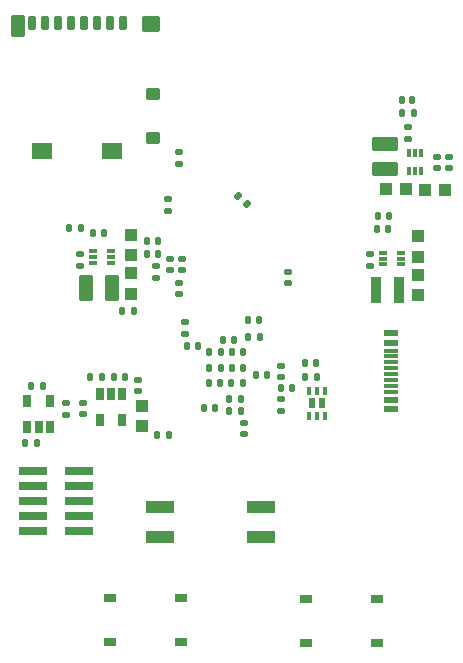
<source format=gbr>
G04 #@! TF.GenerationSoftware,KiCad,Pcbnew,9.0.1*
G04 #@! TF.CreationDate,2025-06-04T13:38:33-07:00*
G04 #@! TF.ProjectId,mp153-devboard,6d703135-332d-4646-9576-626f6172642e,rev?*
G04 #@! TF.SameCoordinates,PXb487a00PY650eff0*
G04 #@! TF.FileFunction,Paste,Bot*
G04 #@! TF.FilePolarity,Positive*
%FSLAX46Y46*%
G04 Gerber Fmt 4.6, Leading zero omitted, Abs format (unit mm)*
G04 Created by KiCad (PCBNEW 9.0.1) date 2025-06-04 13:38:33*
%MOMM*%
%LPD*%
G01*
G04 APERTURE LIST*
G04 Aperture macros list*
%AMRoundRect*
0 Rectangle with rounded corners*
0 $1 Rounding radius*
0 $2 $3 $4 $5 $6 $7 $8 $9 X,Y pos of 4 corners*
0 Add a 4 corners polygon primitive as box body*
4,1,4,$2,$3,$4,$5,$6,$7,$8,$9,$2,$3,0*
0 Add four circle primitives for the rounded corners*
1,1,$1+$1,$2,$3*
1,1,$1+$1,$4,$5*
1,1,$1+$1,$6,$7*
1,1,$1+$1,$8,$9*
0 Add four rect primitives between the rounded corners*
20,1,$1+$1,$2,$3,$4,$5,0*
20,1,$1+$1,$4,$5,$6,$7,0*
20,1,$1+$1,$6,$7,$8,$9,0*
20,1,$1+$1,$8,$9,$2,$3,0*%
G04 Aperture macros list end*
%ADD10R,1.000000X1.000000*%
%ADD11RoundRect,0.147500X-0.172500X0.147500X-0.172500X-0.147500X0.172500X-0.147500X0.172500X0.147500X0*%
%ADD12RoundRect,0.147500X-0.147500X-0.172500X0.147500X-0.172500X0.147500X0.172500X-0.147500X0.172500X0*%
%ADD13RoundRect,0.147500X0.147500X0.172500X-0.147500X0.172500X-0.147500X-0.172500X0.147500X-0.172500X0*%
%ADD14RoundRect,0.250000X-0.375000X-0.850000X0.375000X-0.850000X0.375000X0.850000X-0.375000X0.850000X0*%
%ADD15R,0.700000X0.340000*%
%ADD16R,2.440000X1.120000*%
%ADD17RoundRect,0.147500X0.172500X-0.147500X0.172500X0.147500X-0.172500X0.147500X-0.172500X-0.147500X0*%
%ADD18RoundRect,0.125000X0.125000X0.225000X-0.125000X0.225000X-0.125000X-0.225000X0.125000X-0.225000X0*%
%ADD19RoundRect,0.147500X0.226274X0.017678X0.017678X0.226274X-0.226274X-0.017678X-0.017678X-0.226274X0*%
%ADD20R,1.150000X0.590000*%
%ADD21R,1.150000X0.298000*%
%ADD22RoundRect,0.250000X-0.850000X0.375000X-0.850000X-0.375000X0.850000X-0.375000X0.850000X0.375000X0*%
%ADD23R,1.000000X0.700000*%
%ADD24R,0.630000X0.820000*%
%ADD25R,0.350000X0.650000*%
%ADD26R,0.340000X0.700000*%
%ADD27RoundRect,0.032500X-0.292500X0.517500X-0.292500X-0.517500X0.292500X-0.517500X0.292500X0.517500X0*%
%ADD28RoundRect,0.027500X-0.522500X0.847500X-0.522500X-0.847500X0.522500X-0.847500X0.522500X0.847500X0*%
%ADD29RoundRect,0.033750X0.841250X0.641250X-0.841250X0.641250X-0.841250X-0.641250X0.841250X-0.641250X0*%
%ADD30RoundRect,0.032500X0.717500X0.617500X-0.717500X0.617500X-0.717500X-0.617500X0.717500X-0.617500X0*%
%ADD31RoundRect,0.022500X0.527500X0.427500X-0.527500X0.427500X-0.527500X-0.427500X0.527500X-0.427500X0*%
%ADD32R,0.650000X1.060000*%
%ADD33R,2.400000X0.740000*%
%ADD34R,0.850000X2.300000*%
G04 APERTURE END LIST*
D10*
G04 #@! TO.C,C91*
X34029800Y39649600D03*
X32329800Y39649600D03*
G04 #@! TD*
D11*
G04 #@! TO.C,C69*
X34235800Y44867600D03*
X34235800Y43897600D03*
G04 #@! TD*
D12*
G04 #@! TO.C,C79*
X10009800Y29330600D03*
X10979800Y29330600D03*
G04 #@! TD*
D11*
G04 #@! TO.C,C46*
X6718800Y21527600D03*
X6718800Y20557600D03*
G04 #@! TD*
G04 #@! TO.C,R65*
X36630800Y42359600D03*
X36630800Y41389600D03*
G04 #@! TD*
D13*
G04 #@! TO.C,R62*
X8505800Y35937600D03*
X7535800Y35937600D03*
G04 #@! TD*
G04 #@! TO.C,C59*
X18332620Y23249661D03*
X17362620Y23249661D03*
G04 #@! TD*
D12*
G04 #@! TO.C,R60*
X7311800Y23689600D03*
X8281800Y23689600D03*
G04 #@! TD*
D13*
G04 #@! TO.C,R41*
X34705000Y46050000D03*
X33735000Y46050000D03*
G04 #@! TD*
D14*
G04 #@! TO.C,L1*
X6975800Y31247600D03*
X9125800Y31247600D03*
G04 #@! TD*
D13*
G04 #@! TO.C,C52*
X21661800Y27082821D03*
X20691800Y27082821D03*
G04 #@! TD*
D15*
G04 #@! TO.C,U15*
X9048800Y34355600D03*
X9048800Y33855600D03*
X9048800Y33355600D03*
X7548800Y33355600D03*
X7548800Y33855600D03*
X7548800Y34355600D03*
G04 #@! TD*
D13*
G04 #@! TO.C,R61*
X6515800Y36307600D03*
X5545800Y36307600D03*
G04 #@! TD*
D16*
G04 #@! TO.C,BOOT0_2*
X21785000Y12720000D03*
X21785000Y10180000D03*
X13175000Y10180000D03*
X13175000Y12720000D03*
G04 #@! TD*
D12*
G04 #@! TO.C,C56*
X9317800Y23717600D03*
X10287800Y23717600D03*
G04 #@! TD*
G04 #@! TO.C,R64*
X31636340Y37326600D03*
X32606340Y37326600D03*
G04 #@! TD*
D11*
G04 #@! TO.C,C61*
X14062880Y33757501D03*
X14062880Y32787501D03*
G04 #@! TD*
D13*
G04 #@! TO.C,C60*
X22281800Y23888821D03*
X21311800Y23888821D03*
G04 #@! TD*
D17*
G04 #@! TO.C,C32*
X23420800Y23715821D03*
X23420800Y24685821D03*
G04 #@! TD*
D10*
G04 #@! TO.C,C89*
X10757800Y32495600D03*
X10757800Y30795600D03*
G04 #@! TD*
D17*
G04 #@! TO.C,C67*
X6400800Y33132600D03*
X6400800Y34102600D03*
G04 #@! TD*
G04 #@! TO.C,C68*
X30952340Y33152600D03*
X30952340Y34122600D03*
G04 #@! TD*
D12*
G04 #@! TO.C,C72*
X1795800Y18137600D03*
X2765800Y18137600D03*
G04 #@! TD*
G04 #@! TO.C,C74*
X20645800Y28520821D03*
X21615800Y28520821D03*
G04 #@! TD*
G04 #@! TO.C,C63*
X16925800Y21120821D03*
X17895800Y21120821D03*
G04 #@! TD*
D15*
G04 #@! TO.C,U16*
X33620840Y34258600D03*
X33620840Y33758600D03*
X33620840Y33258600D03*
X32120840Y33258600D03*
X32120840Y33758600D03*
X32120840Y34258600D03*
G04 #@! TD*
D17*
G04 #@! TO.C,C95*
X24010800Y31665821D03*
X24010800Y32635821D03*
G04 #@! TD*
D10*
G04 #@! TO.C,C88*
X11650800Y21287600D03*
X11650800Y19587600D03*
G04 #@! TD*
D17*
G04 #@! TO.C,R66*
X37650800Y41397600D03*
X37650800Y42367600D03*
G04 #@! TD*
D10*
G04 #@! TO.C,C49*
X35665800Y39563600D03*
X37365800Y39563600D03*
G04 #@! TD*
D12*
G04 #@! TO.C,C80*
X18522800Y26825821D03*
X19492800Y26825821D03*
G04 #@! TD*
D13*
G04 #@! TO.C,C84*
X3295800Y22967600D03*
X2325800Y22967600D03*
G04 #@! TD*
D10*
G04 #@! TO.C,C48*
X35093340Y33925600D03*
X35093340Y35625600D03*
G04 #@! TD*
D13*
G04 #@! TO.C,C31*
X20039360Y21885681D03*
X19069360Y21885681D03*
G04 #@! TD*
G04 #@! TO.C,C54*
X24424800Y22770821D03*
X23454800Y22770821D03*
G04 #@! TD*
G04 #@! TO.C,C73*
X18365360Y24514581D03*
X17395360Y24514581D03*
G04 #@! TD*
D18*
G04 #@! TO.C,D11*
X34510000Y47180000D03*
X33710000Y47180000D03*
G04 #@! TD*
D13*
G04 #@! TO.C,C70*
X18365500Y25870941D03*
X17395500Y25870941D03*
G04 #@! TD*
D19*
G04 #@! TO.C,R68*
X20537340Y38408381D03*
X19851446Y39094275D03*
G04 #@! TD*
D20*
G04 #@! TO.C,J3*
X32765000Y27420000D03*
X32765000Y26620000D03*
D21*
X32765000Y25470000D03*
X32765000Y24470000D03*
X32765000Y23970000D03*
X32765000Y22970000D03*
D20*
X32765000Y21020000D03*
X32765000Y21820000D03*
D21*
X32765000Y22470000D03*
X32765000Y23470000D03*
X32765000Y24970000D03*
X32765000Y25970000D03*
G04 #@! TD*
D22*
G04 #@! TO.C,L3*
X32291800Y43491600D03*
X32291800Y41341600D03*
G04 #@! TD*
D23*
G04 #@! TO.C,S2*
X31560000Y4900000D03*
X25560000Y4900000D03*
X31560000Y1200000D03*
X25560000Y1200000D03*
G04 #@! TD*
D17*
G04 #@! TO.C,C33*
X20290800Y18882600D03*
X20290800Y19852600D03*
G04 #@! TD*
D13*
G04 #@! TO.C,R72*
X13935800Y18807600D03*
X12965800Y18807600D03*
G04 #@! TD*
D10*
G04 #@! TO.C,C90*
X35083340Y32367600D03*
X35083340Y30667600D03*
G04 #@! TD*
D13*
G04 #@! TO.C,C109*
X13059260Y34160741D03*
X12089260Y34160741D03*
G04 #@! TD*
D17*
G04 #@! TO.C,R69*
X14799480Y30717401D03*
X14799480Y31687401D03*
G04 #@! TD*
D24*
G04 #@! TO.C,U20*
X26094260Y21490741D03*
X26894260Y21490741D03*
D25*
X27144260Y20440741D03*
X26494260Y20440741D03*
X25844260Y20440741D03*
X25844260Y22540741D03*
X26494260Y22540741D03*
X27144260Y22540741D03*
G04 #@! TD*
D13*
G04 #@! TO.C,C29*
X26435000Y24930000D03*
X25465000Y24930000D03*
G04 #@! TD*
D23*
G04 #@! TO.C,S3*
X8960000Y1290000D03*
X14960000Y1290000D03*
X8960000Y4990000D03*
X14960000Y4990000D03*
G04 #@! TD*
D12*
G04 #@! TO.C,R71*
X12094260Y35200741D03*
X13064260Y35200741D03*
G04 #@! TD*
D17*
G04 #@! TO.C,C45*
X5270800Y20527600D03*
X5270800Y21497600D03*
G04 #@! TD*
D26*
G04 #@! TO.C,U17*
X35325800Y41195600D03*
X34825800Y41195600D03*
X34325800Y41195600D03*
X34325800Y42695600D03*
X34825800Y42695600D03*
X35325800Y42695600D03*
G04 #@! TD*
D10*
G04 #@! TO.C,C47*
X10782800Y34048600D03*
X10782800Y35748600D03*
G04 #@! TD*
D12*
G04 #@! TO.C,C30*
X19061740Y20869681D03*
X20031740Y20869681D03*
G04 #@! TD*
D27*
G04 #@! TO.C,CON1*
X10060001Y53740000D03*
X8960001Y53740000D03*
X7860001Y53740000D03*
X6760000Y53740000D03*
X5660003Y53740000D03*
X4560002Y53740000D03*
X3460002Y53740000D03*
X2360002Y53740000D03*
D28*
X1150001Y53412500D03*
D29*
X3227500Y42865000D03*
X9187501Y42865000D03*
D30*
X12470002Y53620000D03*
D31*
X12645003Y44002501D03*
X12645003Y47672501D03*
G04 #@! TD*
D13*
G04 #@! TO.C,C50*
X20222240Y23239501D03*
X19252240Y23239501D03*
G04 #@! TD*
D17*
G04 #@! TO.C,R52*
X15368440Y27390001D03*
X15368440Y28360001D03*
G04 #@! TD*
D32*
G04 #@! TO.C,U19*
X8099800Y22255600D03*
X9049800Y22255600D03*
X9999800Y22255600D03*
X9999800Y20055600D03*
X8099800Y20055600D03*
G04 #@! TD*
D11*
G04 #@! TO.C,C93*
X15038240Y33744801D03*
X15038240Y32774801D03*
G04 #@! TD*
D13*
G04 #@! TO.C,C62*
X20277980Y25835381D03*
X19307980Y25835381D03*
G04 #@! TD*
D33*
G04 #@! TO.C,J2*
X2470800Y10707600D03*
X6370800Y10707600D03*
X2470800Y11977600D03*
X6370800Y11977600D03*
X2470800Y13247600D03*
X6370800Y13247600D03*
X2470800Y14517600D03*
X6370800Y14517600D03*
X2470800Y15787600D03*
X6370800Y15787600D03*
G04 #@! TD*
D13*
G04 #@! TO.C,C76*
X26469260Y23710741D03*
X25499260Y23710741D03*
G04 #@! TD*
D17*
G04 #@! TO.C,C43*
X13870800Y37805821D03*
X13870800Y38775821D03*
G04 #@! TD*
D32*
G04 #@! TO.C,U18*
X3880800Y19467600D03*
X2930800Y19467600D03*
X1980800Y19467600D03*
X1980800Y21667600D03*
X3880800Y21667600D03*
G04 #@! TD*
D13*
G04 #@! TO.C,R63*
X32525340Y36277600D03*
X31555340Y36277600D03*
G04 #@! TD*
D11*
G04 #@! TO.C,C103*
X14784240Y42769421D03*
X14784240Y41799421D03*
G04 #@! TD*
D17*
G04 #@! TO.C,R70*
X12894260Y32115741D03*
X12894260Y33085741D03*
G04 #@! TD*
D34*
G04 #@! TO.C,L2*
X31509340Y31077600D03*
X33459340Y31077600D03*
G04 #@! TD*
D13*
G04 #@! TO.C,C53*
X20247640Y24509501D03*
X19277640Y24509501D03*
G04 #@! TD*
D17*
G04 #@! TO.C,C51*
X23460800Y20865821D03*
X23460800Y21835821D03*
G04 #@! TD*
G04 #@! TO.C,C75*
X11370800Y22532600D03*
X11370800Y23502600D03*
G04 #@! TD*
D13*
G04 #@! TO.C,C71*
X16457960Y26381481D03*
X15487960Y26381481D03*
G04 #@! TD*
M02*

</source>
